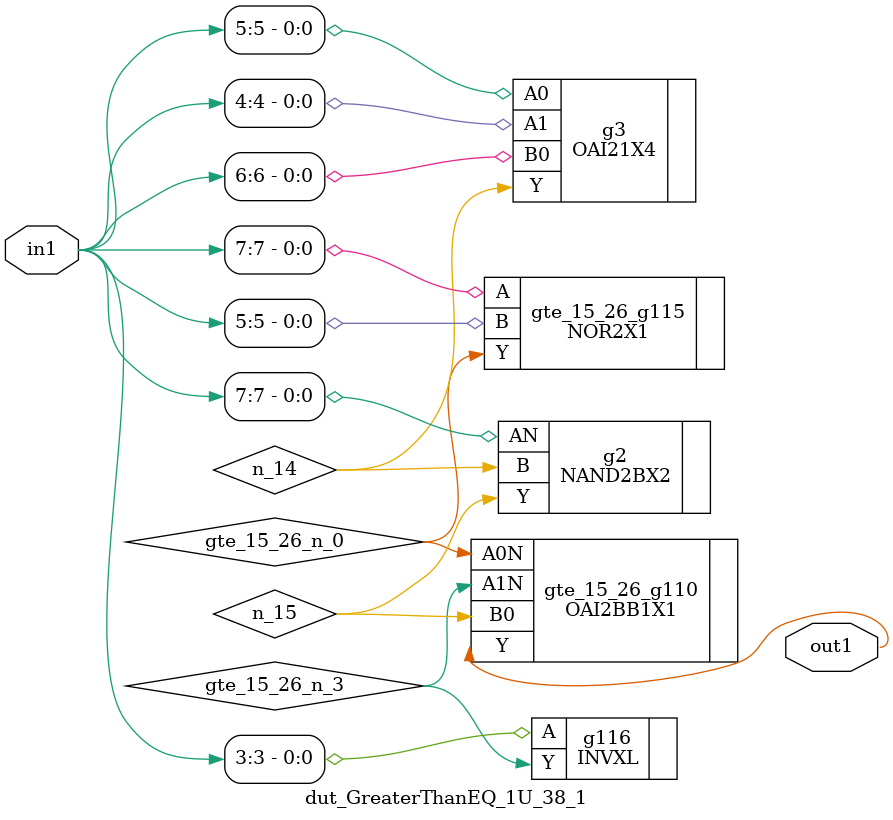
<source format=v>
`timescale 1ps / 1ps


module dut_GreaterThanEQ_1U_38_1(in1, out1);
  input [7:0] in1;
  output out1;
  wire [7:0] in1;
  wire out1;
  wire gte_15_26_n_0, gte_15_26_n_3, n_14, n_15;
  OAI2BB1X1 gte_15_26_g110(.A0N (gte_15_26_n_0), .A1N (gte_15_26_n_3),
       .B0 (n_15), .Y (out1));
  NOR2X1 gte_15_26_g115(.A (in1[7]), .B (in1[5]), .Y (gte_15_26_n_0));
  INVXL g116(.A (in1[3]), .Y (gte_15_26_n_3));
  NAND2BX2 g2(.AN (in1[7]), .B (n_14), .Y (n_15));
  OAI21X4 g3(.A0 (in1[5]), .A1 (in1[4]), .B0 (in1[6]), .Y (n_14));
endmodule



</source>
